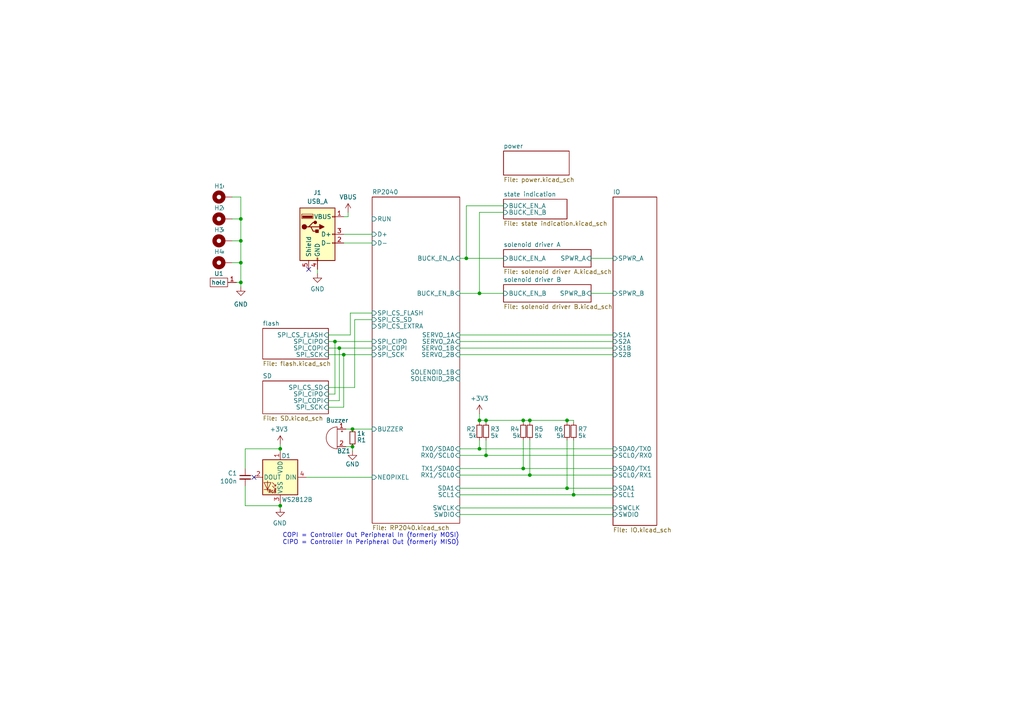
<source format=kicad_sch>
(kicad_sch (version 20230121) (generator eeschema)
  (paper "A4")
  (lib_symbols
    (symbol "Connector:USB_A" (pin_names (offset 1.016))
      (property "Reference" "J" (at -5.08 11.43 0))
      (property "Value" "USB_A" (at -5.08 8.89 0))
      (symbol "USB_A_0_1"
        (rectangle (start -5.08 -7.62) (end 5.08 7.62) (stroke (width 0.254)) (fill (type background)))
        (circle (center -3.81 2.159) (radius 0.635) (stroke (width 0.254)) (fill (type outline)))
        (rectangle (start -1.524 4.826) (end -4.318 5.334) (fill (type outline)))
        (rectangle (start -1.27 4.572) (end -4.572 5.842))
        (circle (center -0.635 3.429) (radius 0.381) (stroke (width 0.254)) (fill (type outline)))
        (rectangle (start -0.127 -7.62) (end 0.127 -6.858))
        (polyline (pts (xy -3.175 2.159) (xy -2.54 2.159) (xy -1.27 3.429) (xy -0.635 3.429)) (stroke (width 0.254)))
        (polyline (pts (xy -2.54 2.159) (xy -1.905 2.159) (xy -1.27 0.889) (xy 0 0.889)) (stroke (width 0.254)))
        (polyline (pts (xy 0.635 2.794) (xy 0.635 1.524) (xy 1.905 2.159) (xy 0.635 2.794)) (stroke (width 0.254)) (fill (type outline)))
        (rectangle (start 0.254 1.27) (end -0.508 0.508) (stroke (width 0.254)) (fill (type outline)))
        (rectangle (start 5.08 -2.667) (end 4.318 -2.413))
        (rectangle (start 5.08 -0.127) (end 4.318 0.127))
        (rectangle (start 5.08 4.953) (end 4.318 5.207))
      )
      (symbol "USB_A_1_1"
        (polyline (pts (xy -1.905 2.159) (xy 0.635 2.159)) (stroke (width 0.254)))
        (pin power_in line (at 7.62 5.08 180) (length 2.54) (name "VBUS") (number "1"))
        (pin bidirectional line (at 7.62 -2.54 180) (length 2.54) (name "D-") (number "2"))
        (pin bidirectional line (at 7.62 0 180) (length 2.54) (name "D+") (number "3"))
        (pin power_in line (at 0 -10.16 90) (length 2.54) (name "GND") (number "4"))
        (pin passive line (at -2.54 -10.16 90) (length 2.54) (name "Shield") (number "5"))
      )
    )
    (symbol "Device:Buzzer" (pin_names (offset 0.0254) hide)
      (property "Reference" "BZ" (at 3.81 1.27 0))
      (property "Value" "Buzzer" (at 3.81 -1.27 0))
      (symbol "Buzzer_0_1"
        (arc (start 0 -3.175) (mid 3.1612 0) (end 0 3.175))
        (polyline (pts (xy -1.651 1.905) (xy -1.143 1.905)))
        (polyline (pts (xy -1.397 2.159) (xy -1.397 1.651)))
        (polyline (pts (xy 0 3.175) (xy 0 -3.175)))
      )
      (symbol "Buzzer_1_1"
        (pin passive line (at -2.54 2.54 0) (length 2.54) (name "-") (number "1"))
        (pin passive line (at -2.54 -2.54 0) (length 2.54) (name "+") (number "2"))
      )
    )
    (symbol "Device:C_Small" (pin_numbers hide) (pin_names (offset 0.254) hide)
      (property "Reference" "C" (at 0.254 1.778 0))
      (property "Value" "C_Small" (at 0.254 -2.032 0))
      (symbol "C_Small_0_1"
        (polyline (pts (xy -1.524 -0.508) (xy 1.524 -0.508)) (stroke (width 0.3302)))
        (polyline (pts (xy -1.524 0.508) (xy 1.524 0.508)) (stroke (width 0.3048)))
      )
      (symbol "C_Small_1_1"
        (pin passive line (at 0 2.54 270) (length 2.032) (name "~") (number "1"))
        (pin passive line (at 0 -2.54 90) (length 2.032) (name "~") (number "2"))
      )
    )
    (symbol "Device:R_Small" (pin_numbers hide) (pin_names (offset 0.254) hide)
      (property "Reference" "R" (at 0.762 0.508 0))
      (property "Value" "R_Small" (at 0.762 -1.016 0))
      (symbol "R_Small_0_1"
        (rectangle (start -0.762 1.778) (end 0.762 -1.778) (stroke (width 0.2032)))
      )
      (symbol "R_Small_1_1"
        (pin passive line (at 0 2.54 270) (length 0.762) (name "~") (number "1"))
        (pin passive line (at 0 -2.54 90) (length 0.762) (name "~") (number "2"))
      )
    )
    (symbol "LED:WS2812B" (pin_names (offset 0.254))
      (property "Reference" "D" (at 5.08 5.715 0))
      (property "Value" "WS2812B" (at 1.27 -5.715 0))
      (symbol "WS2812B_0_0"
        (text "RGB" (at 2.286 -4.191 0) (effects (font (size 0.762 0.762))))
      )
      (symbol "WS2812B_0_1"
        (polyline (pts (xy 1.27 -3.556) (xy 1.778 -3.556)))
        (polyline (pts (xy 1.27 -2.54) (xy 1.778 -2.54)))
        (polyline (pts (xy 4.699 -3.556) (xy 2.667 -3.556)))
        (polyline (pts (xy 2.286 -2.54) (xy 1.27 -3.556) (xy 1.27 -3.048)))
        (polyline (pts (xy 2.286 -1.524) (xy 1.27 -2.54) (xy 1.27 -2.032)))
        (polyline (pts (xy 3.683 -1.016) (xy 3.683 -3.556) (xy 3.683 -4.064)))
        (polyline (pts (xy 4.699 -1.524) (xy 2.667 -1.524) (xy 3.683 -3.556) (xy 4.699 -1.524)))
        (rectangle (start 5.08 5.08) (end -5.08 -5.08) (stroke (width 0.254)) (fill (type background)))
      )
      (symbol "WS2812B_1_1"
        (pin power_in line (at 0 7.62 270) (length 2.54) (name "VDD") (number "1"))
        (pin output line (at 7.62 0 180) (length 2.54) (name "DOUT") (number "2"))
        (pin power_in line (at 0 -7.62 90) (length 2.54) (name "VSS") (number "3"))
        (pin input line (at -7.62 0 0) (length 2.54) (name "DIN") (number "4"))
      )
    )
    (symbol "Mechanical:MountingHole_Pad" (pin_numbers hide) (pin_names (offset 1.016) hide)
      (property "Reference" "H" (at 0 6.35 0))
      (property "Value" "MountingHole_Pad" (at 0 4.445 0))
      (symbol "MountingHole_Pad_0_1"
        (circle (center 0 1.27) (radius 1.27) (stroke (width 1.27)))
      )
      (symbol "MountingHole_Pad_1_1"
        (pin input line (at 0 -2.54 90) (length 2.54) (name "1") (number "1"))
      )
    )
    (symbol "ada_bno055:ada_bno055_nopins"
      (property "Reference" "U" (at 0 2.54 0))
      (symbol "ada_bno055_nopins_0_1"
        (rectangle (start -2.54 1.27) (end 2.54 -1.27))
      )
      (symbol "ada_bno055_nopins_1_1"
        (pin input line (at -5.08 0 0) (length 2.54) (name "hole") (number "1"))
      )
    )
    (symbol "power:+3V3" (power) (pin_names (offset 0))
      (property "Value" "+3V3" (at 0 3.556 0))
      (symbol "+3V3_0_1"
        (polyline (pts (xy -0.762 1.27) (xy 0 2.54)))
        (polyline (pts (xy 0 0) (xy 0 2.54)))
        (polyline (pts (xy 0 2.54) (xy 0.762 1.27)))
      )
      (symbol "+3V3_1_1"
        (pin power_in line (at 0 0 90) (length 0) hide (name "+3V3") (number "1"))
      )
    )
    (symbol "power:GND" (power) (pin_names (offset 0))
      (property "Value" "GND" (at 0 -3.81 0))
      (symbol "GND_0_1"
        (polyline (pts (xy 0 0) (xy 0 -1.27) (xy 1.27 -1.27) (xy 0 -2.54) (xy -1.27 -1.27) (xy 0 -1.27)))
      )
      (symbol "GND_1_1"
        (pin power_in line (at 0 0 270) (length 0) hide (name "GND") (number "1"))
      )
    )
    (symbol "power:VBUS" (power) (pin_names (offset 0))
      (property "Value" "VBUS" (at 0 3.81 0))
      (symbol "VBUS_0_1"
        (polyline (pts (xy -0.762 1.27) (xy 0 2.54)))
        (polyline (pts (xy 0 0) (xy 0 2.54)))
        (polyline (pts (xy 0 2.54) (xy 0.762 1.27)))
      )
      (symbol "VBUS_1_1"
        (pin power_in line (at 0 0 90) (length 0) hide (name "VBUS") (number "1"))
      )
    )
  )
  (junction (at 99.695 102.87))
  (junction (at 166.37 143.51))
  (junction (at 153.67 137.795))
  (junction (at 151.765 135.89))
  (junction (at 102.235 124.46))
  (junction (at 139.065 130.175))
  (junction (at 153.67 121.92))
  (junction (at 164.465 141.605))
  (junction (at 164.465 121.92))
  (junction (at 69.85 81.915))
  (junction (at 151.765 121.92))
  (junction (at 69.85 69.85))
  (junction (at 81.28 130.175))
  (junction (at 81.28 146.685))
  (junction (at 69.85 63.5))
  (junction (at 102.235 129.54))
  (junction (at 140.97 132.08))
  (junction (at 98.425 100.965))
  (junction (at 139.065 85.09))
  (junction (at 135.255 74.93))
  (junction (at 97.155 99.06))
  (junction (at 139.065 121.92))
  (junction (at 140.97 121.92))
  (junction (at 69.85 76.2))
  (no_connect (at 73.66 138.43))
  (no_connect (at 89.535 78.105))
  (wire (pts (xy 139.065 121.92) (xy 140.97 121.92)))
  (wire (pts (xy 133.35 97.155) (xy 177.8 97.155)))
  (wire (pts (xy 100.33 129.54) (xy 102.235 129.54)))
  (wire (pts (xy 95.25 116.205) (xy 98.425 116.205)))
  (wire (pts (xy 133.35 132.08) (xy 140.97 132.08)))
  (wire (pts (xy 99.695 102.87) (xy 107.95 102.87)))
  (wire (pts (xy 95.25 112.395) (xy 102.87 112.395)))
  (wire (pts (xy 133.35 102.87) (xy 177.8 102.87)))
  (wire (pts (xy 164.465 121.92) (xy 164.465 122.555)))
  (wire (pts (xy 133.35 147.32) (xy 177.8 147.32)))
  (wire (pts (xy 107.95 92.71) (xy 102.87 92.71)))
  (wire (pts (xy 102.235 124.46) (xy 107.95 124.46)))
  (wire (pts (xy 95.25 118.11) (xy 99.695 118.11)))
  (wire (pts (xy 95.25 114.3) (xy 97.155 114.3)))
  (wire (pts (xy 153.67 137.795) (xy 177.8 137.795)))
  (wire (pts (xy 164.465 141.605) (xy 177.8 141.605)))
  (wire (pts (xy 153.67 121.92) (xy 164.465 121.92)))
  (wire (pts (xy 133.35 137.795) (xy 153.67 137.795)))
  (wire (pts (xy 139.065 122.555) (xy 139.065 121.92)))
  (wire (pts (xy 69.85 76.2) (xy 69.85 69.85)))
  (wire (pts (xy 100.33 124.46) (xy 102.235 124.46)))
  (wire (pts (xy 81.28 130.175) (xy 81.28 130.81)))
  (wire (pts (xy 151.765 135.89) (xy 177.8 135.89)))
  (wire (pts (xy 139.065 85.09) (xy 146.05 85.09)))
  (wire (pts (xy 101.6 97.155) (xy 95.25 97.155)))
  (wire (pts (xy 95.25 102.87) (xy 99.695 102.87)))
  (wire (pts (xy 133.35 85.09) (xy 139.065 85.09)))
  (wire (pts (xy 98.425 100.965) (xy 98.425 116.205)))
  (wire (pts (xy 101.6 90.805) (xy 101.6 97.155)))
  (wire (pts (xy 81.28 128.905) (xy 81.28 130.175)))
  (wire (pts (xy 151.765 121.92) (xy 153.67 121.92)))
  (wire (pts (xy 139.065 61.595) (xy 146.05 61.595)))
  (wire (pts (xy 97.155 114.3) (xy 97.155 99.06)))
  (wire (pts (xy 133.35 100.965) (xy 177.8 100.965)))
  (wire (pts (xy 151.765 122.555) (xy 151.765 121.92)))
  (wire (pts (xy 69.85 83.185) (xy 69.85 81.915)))
  (wire (pts (xy 67.31 69.85) (xy 69.85 69.85)))
  (wire (pts (xy 166.37 143.51) (xy 177.8 143.51)))
  (wire (pts (xy 164.465 121.92) (xy 166.37 121.92)))
  (wire (pts (xy 100.965 61.595) (xy 100.965 62.865)))
  (wire (pts (xy 133.35 130.175) (xy 139.065 130.175)))
  (wire (pts (xy 92.075 78.105) (xy 92.075 79.375)))
  (wire (pts (xy 69.85 69.85) (xy 69.85 63.5)))
  (wire (pts (xy 69.85 81.915) (xy 68.58 81.915)))
  (wire (pts (xy 81.28 146.685) (xy 71.12 146.685)))
  (wire (pts (xy 171.45 85.09) (xy 177.8 85.09)))
  (wire (pts (xy 99.695 102.87) (xy 99.695 118.11)))
  (wire (pts (xy 98.425 100.965) (xy 107.95 100.965)))
  (wire (pts (xy 135.255 74.93) (xy 146.05 74.93)))
  (wire (pts (xy 133.35 143.51) (xy 166.37 143.51)))
  (wire (pts (xy 88.9 138.43) (xy 107.95 138.43)))
  (wire (pts (xy 166.37 127.635) (xy 166.37 143.51)))
  (wire (pts (xy 171.45 74.93) (xy 177.8 74.93)))
  (wire (pts (xy 135.255 59.69) (xy 146.05 59.69)))
  (wire (pts (xy 133.35 74.93) (xy 135.255 74.93)))
  (wire (pts (xy 140.97 127.635) (xy 140.97 132.08)))
  (wire (pts (xy 69.85 76.2) (xy 69.85 81.915)))
  (wire (pts (xy 166.37 121.92) (xy 166.37 122.555)))
  (wire (pts (xy 133.35 99.06) (xy 177.8 99.06)))
  (wire (pts (xy 139.065 120.015) (xy 139.065 121.92)))
  (wire (pts (xy 151.765 127.635) (xy 151.765 135.89)))
  (wire (pts (xy 95.25 100.965) (xy 98.425 100.965)))
  (wire (pts (xy 67.31 76.2) (xy 69.85 76.2)))
  (wire (pts (xy 69.85 63.5) (xy 69.85 57.15)))
  (wire (pts (xy 102.87 92.71) (xy 102.87 112.395)))
  (wire (pts (xy 81.28 146.05) (xy 81.28 146.685)))
  (wire (pts (xy 140.97 121.92) (xy 140.97 122.555)))
  (wire (pts (xy 99.695 70.485) (xy 107.95 70.485)))
  (wire (pts (xy 102.235 129.54) (xy 102.235 130.81)))
  (wire (pts (xy 133.35 149.225) (xy 177.8 149.225)))
  (wire (pts (xy 139.065 130.175) (xy 177.8 130.175)))
  (wire (pts (xy 133.35 141.605) (xy 164.465 141.605)))
  (wire (pts (xy 81.28 130.175) (xy 71.12 130.175)))
  (wire (pts (xy 71.12 146.685) (xy 71.12 140.97)))
  (wire (pts (xy 139.065 127.635) (xy 139.065 130.175)))
  (wire (pts (xy 81.28 146.685) (xy 81.28 147.32)))
  (wire (pts (xy 140.97 121.92) (xy 151.765 121.92)))
  (wire (pts (xy 99.695 62.865) (xy 100.965 62.865)))
  (wire (pts (xy 139.065 61.595) (xy 139.065 85.09)))
  (wire (pts (xy 95.25 99.06) (xy 97.155 99.06)))
  (wire (pts (xy 71.12 130.175) (xy 71.12 135.89)))
  (wire (pts (xy 99.695 67.945) (xy 107.95 67.945)))
  (wire (pts (xy 97.155 99.06) (xy 107.95 99.06)))
  (wire (pts (xy 153.67 121.92) (xy 153.67 122.555)))
  (wire (pts (xy 67.31 63.5) (xy 69.85 63.5)))
  (wire (pts (xy 133.35 135.89) (xy 151.765 135.89)))
  (wire (pts (xy 107.95 90.805) (xy 101.6 90.805)))
  (wire (pts (xy 67.31 57.15) (xy 69.85 57.15)))
  (wire (pts (xy 135.255 59.69) (xy 135.255 74.93)))
  (wire (pts (xy 140.97 132.08) (xy 177.8 132.08)))
  (wire (pts (xy 164.465 127.635) (xy 164.465 141.605)))
  (wire (pts (xy 153.67 127.635) (xy 153.67 137.795)))
  (text "COPI = Controller Out Peripheral In (formerly MOSI)\nCIPO = Controller In Peripheral Out (formerly MISO)" (at 81.915 158.115 0) (effects (font (size 1.27 1.27)) (justify left bottom)))
  (symbol (lib_id "power:+3V3") (at 81.28 128.905 0) (mirror y) (unit 1)
    (property "Reference" "#PWR02" (effects hide))
    (property "Value" "+3V3" (at 80.899 124.5108 0))
  )
  (symbol (lib_id "Device:Buzzer") (at 97.79 127 0) (mirror y) (unit 1)
    (property "Reference" "BZ1" (at 99.695 130.81 0))
    (property "Value" "Buzzer" (at 97.79 121.92 0))
    (property "Footprint" "Buzzer_Beeper:Buzzer_CUI_CPT-9019S-SMT" (effects hide))
  )
  (symbol (lib_id "power:GND") (at 69.85 83.185 0) (unit 1)
    (property "Reference" "#PWR01" (effects hide))
    (property "Value" "GND" (at 69.85 88.265 0))
  )
  (symbol (lib_id "Device:C_Small") (at 71.12 138.43 0) (mirror y) (unit 1)
    (property "Reference" "C1" (at 68.7832 137.2616 0) (effects (justify left)))
    (property "Value" "100n" (at 68.7832 139.573 0) (effects (justify left)))
    (property "Footprint" "Capacitor_SMD:C_0603_1608Metric" (effects hide))
  )
  (symbol (lib_id "Device:R_Small") (at 151.765 125.095 0) (unit 1)
    (property "Reference" "R4" (at 147.955 124.46 0) (effects (justify left)))
    (property "Value" "5k" (at 148.59 126.365 0) (effects (justify left)))
    (property "Footprint" "Resistor_SMD:R_0603_1608Metric" (effects hide))
  )
  (symbol (lib_id "power:GND") (at 102.235 130.81 0) (unit 1)
    (property "Reference" "#PWR06" (effects hide))
    (property "Value" "GND" (at 102.235 134.62 0))
  )
  (symbol (lib_id "Device:R_Small") (at 139.065 125.095 0) (unit 1)
    (property "Reference" "R2" (at 135.255 124.46 0) (effects (justify left)))
    (property "Value" "5k" (at 135.89 126.365 0) (effects (justify left)))
    (property "Footprint" "Resistor_SMD:R_0603_1608Metric" (effects hide))
  )
  (symbol (lib_id "power:GND") (at 92.075 79.375 0) (unit 1)
    (property "Reference" "#PWR04" (effects hide))
    (property "Value" "GND" (at 92.075 83.82 0))
  )
  (symbol (lib_id "power:VBUS") (at 100.965 61.595 0) (unit 1)
    (property "Reference" "#PWR05" (effects hide))
    (property "Value" "VBUS" (at 100.965 57.15 0))
  )
  (symbol (lib_id "Mechanical:MountingHole_Pad") (at 64.77 69.85 90) (unit 1)
    (property "Reference" "H3" (at 63.5 66.675 90))
    (property "Value" "~" (at 64.77 67.31 0) (effects (justify left)))
    (property "Footprint" "MountingHole:MountingHole_3.2mm_M3_Pad_Via" (effects hide))
  )
  (symbol (lib_id "Mechanical:MountingHole_Pad") (at 64.77 57.15 90) (unit 1)
    (property "Reference" "H1" (at 63.5 53.975 90))
    (property "Value" "~" (at 64.77 54.61 0) (effects (justify left)))
    (property "Footprint" "MountingHole:MountingHole_3.2mm_M3_Pad_Via" (effects hide))
  )
  (symbol (lib_id "Device:R_Small") (at 164.465 125.095 0) (unit 1)
    (property "Reference" "R6" (at 160.655 124.46 0) (effects (justify left)))
    (property "Value" "5k" (at 161.29 126.365 0) (effects (justify left)))
    (property "Footprint" "Resistor_SMD:R_0603_1608Metric" (effects hide))
  )
  (symbol (lib_id "Device:R_Small") (at 166.37 125.095 0) (unit 1)
    (property "Reference" "R7" (at 167.64 124.46 0) (effects (justify left)))
    (property "Value" "5k" (at 167.64 126.365 0) (effects (justify left)))
    (property "Footprint" "Resistor_SMD:R_0603_1608Metric" (effects hide))
  )
  (symbol (lib_id "power:+3V3") (at 139.065 120.015 0) (unit 1)
    (property "Reference" "#PWR07" (effects hide))
    (property "Value" "+3V3" (at 139.065 115.57 0))
  )
  (symbol (lib_id "LED:WS2812B") (at 81.28 138.43 0) (mirror y) (unit 1)
    (property "Reference" "D1" (at 84.328 132.207 0) (effects (justify left)))
    (property "Value" "WS2812B" (at 90.678 144.907 0) (effects (justify left)))
    (property "Footprint" "LED_SMD:LED_WS2812B_PLCC4_5.0x5.0mm_P3.2mm" (effects hide))
    (property "Datasheet" "https://cdn-shop.adafruit.com/datasheets/WS2812B.pdf" (effects hide))
  )
  (symbol (lib_id "Mechanical:MountingHole_Pad") (at 64.77 76.2 90) (unit 1)
    (property "Reference" "H4" (at 63.5 73.025 90))
    (property "Value" "~" (at 64.77 73.66 0) (effects (justify left)))
    (property "Footprint" "MountingHole:MountingHole_3.2mm_M3_Pad_Via" (effects hide))
  )
  (symbol (lib_id "power:GND") (at 81.28 147.32 0) (mirror y) (unit 1)
    (property "Reference" "#PWR03" (effects hide))
    (property "Value" "GND" (at 81.153 151.7142 0))
  )
  (symbol (lib_id "ada_bno055:ada_bno055_nopins") (at 63.5 81.915 180) (unit 1)
    (property "Reference" "U1" (at 63.5 79.375 0))
    (property "Value" "~" (at 63.5 81.915 0))
    (property "Footprint" "ada_bno055:adafruit_bno055_nopins" (effects hide))
  )
  (symbol (lib_id "Connector:USB_A") (at 92.075 67.945 0) (unit 1)
    (property "Reference" "J1" (at 92.075 55.88 0))
    (property "Value" "USB_A" (at 92.075 58.42 0))
    (property "Footprint" "Connector_USB:USB_Micro-B_Amphenol_10104110_Horizontal" (effects hide))
    (property "Datasheet" " ~" (effects hide))
  )
  (symbol (lib_id "Device:R_Small") (at 102.235 127 0) (mirror x) (unit 1)
    (property "Reference" "R1" (at 103.505 127.635 0) (effects (justify left)))
    (property "Value" "1k" (at 103.505 125.73 0) (effects (justify left)))
    (property "Footprint" "Resistor_SMD:R_0603_1608Metric" (effects hide))
  )
  (symbol (lib_id "Device:R_Small") (at 140.97 125.095 0) (unit 1)
    (property "Reference" "R3" (at 142.24 124.46 0) (effects (justify left)))
    (property "Value" "5k" (at 142.24 126.365 0) (effects (justify left)))
    (property "Footprint" "Resistor_SMD:R_0603_1608Metric" (effects hide))
  )
  (symbol (lib_id "Mechanical:MountingHole_Pad") (at 64.77 63.5 90) (unit 1)
    (property "Reference" "H2" (at 63.5 60.325 90))
    (property "Value" "~" (at 64.77 60.96 0) (effects (justify left)))
    (property "Footprint" "MountingHole:MountingHole_3.2mm_M3_Pad_Via" (effects hide))
  )
  (symbol (lib_id "Device:R_Small") (at 153.67 125.095 0) (unit 1)
    (property "Reference" "R5" (at 154.94 124.46 0) (effects (justify left)))
    (property "Value" "5k" (at 154.94 126.365 0) (effects (justify left)))
    (property "Footprint" "Resistor_SMD:R_0603_1608Metric" (effects hide))
  )
  (sheet (at 146.05 82.55) (size 25.4 5.08) (stroke (width 0.1524))
    (property "Sheetname" "solenoid driver B" (at 146.05 81.8384 0) (effects (justify left bottom)))
    (property "Sheetfile" "solenoid driver B.kicad_sch" (at 146.05 88.2146 0) (effects (justify left top)))
    (pin "BUCK_EN_B" input (at 146.05 85.09 180))
    (pin "SPWR_B" input (at 171.45 85.09 0))
  )
  (sheet (at 146.05 72.39) (size 25.4 5.08) (stroke (width 0.1524))
    (property "Sheetname" "solenoid driver A" (at 146.05 71.6784 0) (effects (justify left bottom)))
    (property "Sheetfile" "solenoid driver A.kicad_sch" (at 146.05 78.0546 0) (effects (justify left top)))
    (pin "BUCK_EN_A" input (at 146.05 74.93 180))
    (pin "SPWR_A" input (at 171.45 74.93 0))
  )
  (sheet (at 107.95 57.15) (size 25.4 94.615) (stroke (width 0.1524))
    (property "Sheetname" "RP2040" (at 107.95 56.4384 0) (effects (justify left bottom)))
    (property "Sheetfile" "RP2040.kicad_sch" (at 107.95 152.3496 0) (effects (justify left top)))
    (pin "TX0{slash}SDA0" input (at 133.35 130.175 0))
    (pin "RX0{slash}SCL0" input (at 133.35 132.08 0))
    (pin "RX1{slash}SCL0" input (at 133.35 137.795 0))
    (pin "TX1{slash}SDA0" input (at 133.35 135.89 0))
    (pin "SDA1" input (at 133.35 141.605 0))
    (pin "SCL1" input (at 133.35 143.51 0))
    (pin "SWDIO" input (at 133.35 149.225 0))
    (pin "RUN" input (at 107.95 63.5 180))
    (pin "SWCLK" input (at 133.35 147.32 0))
    (pin "BUCK_EN_A" input (at 133.35 74.93 0))
    (pin "BUCK_EN_B" input (at 133.35 85.09 0))
    (pin "SOLENOID_1B" input (at 133.35 107.95 0))
    (pin "SOLENOID_2B" input (at 133.35 109.855 0))
    (pin "D+" input (at 107.95 67.945 180))
    (pin "D-" input (at 107.95 70.485 180))
    (pin "SPI_CIPO" input (at 107.95 99.06 180))
    (pin "SPI_COPI" input (at 107.95 100.965 180))
    (pin "SPI_SCK" input (at 107.95 102.87 180))
    (pin "SPI_CS_FLASH" input (at 107.95 90.805 180))
    (pin "SPI_CS_SD" input (at 107.95 92.71 180))
    (pin "SPI_CS_EXTRA" input (at 107.95 94.615 180))
    (pin "NEOPIXEL" input (at 107.95 138.43 180))
    (pin "BUZZER" input (at 107.95 124.46 180))
    (pin "SERVO_1B" input (at 133.35 100.965 0))
    (pin "SERVO_2B" input (at 133.35 102.87 0))
    (pin "SERVO_1A" input (at 133.35 97.155 0))
    (pin "SERVO_2A" input (at 133.35 99.06 0))
  )
  (sheet (at 76.2 110.49) (size 19.05 9.525) (stroke (width 0.1524))
    (property "Sheetname" "SD" (at 76.2 109.7784 0) (effects (justify left bottom)))
    (property "Sheetfile" "SD.kicad_sch" (at 76.2 120.5996 0) (effects (justify left top)))
    (pin "SPI_COPI" input (at 95.25 116.205 0))
    (pin "SPI_SCK" input (at 95.25 118.11 0))
    (pin "SPI_CIPO" input (at 95.25 114.3 0))
    (pin "SPI_CS_SD" input (at 95.25 112.395 0))
  )
  (sheet (at 177.8 57.15) (size 12.7 95.25) (stroke (width 0.1524))
    (property "Sheetname" "IO" (at 177.8 56.4384 0) (effects (justify left bottom)))
    (property "Sheetfile" "IO.kicad_sch" (at 177.8 152.9846 0) (effects (justify left top)))
    (pin "SWCLK" input (at 177.8 147.32 180))
    (pin "SWDIO" input (at 177.8 149.225 180))
    (pin "SDA0{slash}TX0" input (at 177.8 130.175 180))
    (pin "SCL0{slash}RX0" input (at 177.8 132.08 180))
    (pin "SCL0{slash}RX1" input (at 177.8 137.795 180))
    (pin "SDA0{slash}TX1" input (at 177.8 135.89 180))
    (pin "SCL1" input (at 177.8 143.51 180))
    (pin "SDA1" input (at 177.8 141.605 180))
    (pin "SPWR_A" input (at 177.8 74.93 180))
    (pin "S1A" input (at 177.8 97.155 180))
    (pin "S2A" input (at 177.8 99.06 180))
    (pin "SPWR_B" input (at 177.8 85.09 180))
    (pin "S1B" input (at 177.8 100.965 180))
    (pin "S2B" input (at 177.8 102.87 180))
  )
  (sheet (at 146.05 43.815) (size 19.05 6.985) (stroke (width 0.1524))
    (property "Sheetname" "power" (at 146.05 43.1034 0) (effects (justify left bottom)))
    (property "Sheetfile" "power.kicad_sch" (at 146.05 51.3846 0) (effects (justify left top)))
  )
  (sheet (at 146.05 57.785) (size 18.415 5.715) (stroke (width 0.1524))
    (property "Sheetname" "state indication" (at 146.05 57.0734 0) (effects (justify left bottom)))
    (property "Sheetfile" "state indication.kicad_sch" (at 146.05 64.0846 0) (effects (justify left top)))
    (pin "BUCK_EN_B" input (at 146.05 61.595 180))
    (pin "BUCK_EN_A" input (at 146.05 59.69 180))
  )
  (sheet (at 76.2 95.25) (size 19.05 8.89) (stroke (width 0.1524))
    (property "Sheetname" "flash" (at 76.2 94.5384 0) (effects (justify left bottom)))
    (property "Sheetfile" "flash.kicad_sch" (at 76.2 104.7246 0) (effects (justify left top)))
    (pin "SPI_COPI" input (at 95.25 100.965 0))
    (pin "SPI_CIPO" input (at 95.25 99.06 0))
    (pin "SPI_SCK" input (at 95.25 102.87 0))
    (pin "SPI_CS_FLASH" input (at 95.25 97.155 0))
  )
)
</source>
